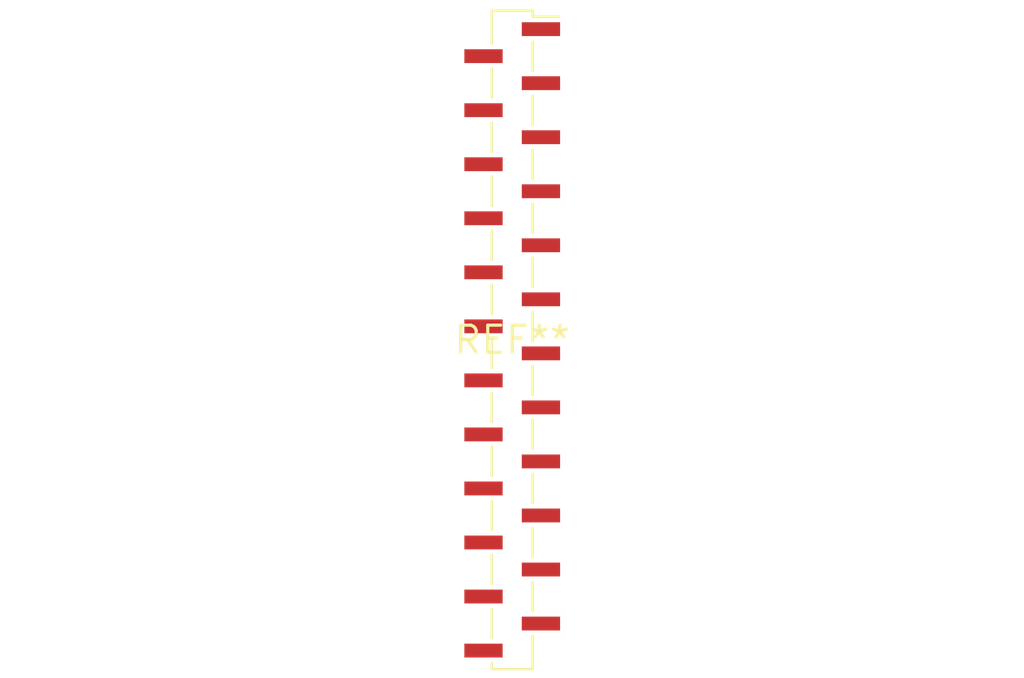
<source format=kicad_pcb>
(kicad_pcb (version 20240108) (generator pcbnew)
  (layers (0 "F.Cu" signal) (31 "B.Cu" signal) (34 "B.Paste" user) (35 "F.Paste" user) (36 "B.SilkS" user "B.Silkscreen") (37 "F.SilkS" user "F.Silkscreen") (38 "B.Mask" user) (39 "F.Mask" user) (44 "Edge.Cuts" user))
  (net 0 "")
  (footprint "PinSocket_1x24_P1.27mm_Vertical_SMD_Pin1Right" (layer "F.Cu") (at 0 0)
    (property "Reference" "REF**")
    (property "Value" "PinSocket_1x24_P1.27mm_Vertical_SMD_Pin1Right")
    (fp_line (start -0.96 -15.475) (end -0.96 -13.92) (layer "F.SilkS") (stroke (width 0.12)))
    (fp_line (start -0.96 -15.475) (end 0.96 -15.475) (layer "F.SilkS") (stroke (width 0.12)))
    (fp_line (start -0.96 -12.75) (end -0.96 -11.38) (layer "F.SilkS") (stroke (width 0.12)))
    (fp_line (start -0.96 -10.21) (end -0.96 -8.84) (layer "F.SilkS") (stroke (width 0.12)))
    (fp_line (start -0.96 -7.67) (end -0.96 -6.3) (layer "F.SilkS") (stroke (width 0.12)))
    (fp_line (start -0.96 -5.13) (end -0.96 -3.76) (layer "F.SilkS") (stroke (width 0.12)))
    (fp_line (start -0.96 -2.59) (end -0.96 -1.22) (layer "F.SilkS") (stroke (width 0.12)))
    (fp_line (start -0.96 -0.05) (end -0.96 1.32) (layer "F.SilkS") (stroke (width 0.12)))
    (fp_line (start -0.96 2.49) (end -0.96 3.86) (layer "F.SilkS") (stroke (width 0.12)))
    (fp_line (start -0.96 5.03) (end -0.96 6.4) (layer "F.SilkS") (stroke (width 0.12)))
    (fp_line (start -0.96 7.57) (end -0.96 8.94) (layer "F.SilkS") (stroke (width 0.12)))
    (fp_line (start -0.96 10.11) (end -0.96 11.48) (layer "F.SilkS") (stroke (width 0.12)))
    (fp_line (start -0.96 12.65) (end -0.96 14.02) (layer "F.SilkS") (stroke (width 0.12)))
    (fp_line (start -0.96 15.19) (end -0.96 15.475) (layer "F.SilkS") (stroke (width 0.12)))
    (fp_line (start -0.96 15.475) (end 0.96 15.475) (layer "F.SilkS") (stroke (width 0.12)))
    (fp_line (start 0.96 -15.475) (end 0.96 -15.19) (layer "F.SilkS") (stroke (width 0.12)))
    (fp_line (start 0.96 -15.19) (end 2.19 -15.19) (layer "F.SilkS") (stroke (width 0.12)))
    (fp_line (start 0.96 -14.02) (end 0.96 -12.65) (layer "F.SilkS") (stroke (width 0.12)))
    (fp_line (start 0.96 -11.48) (end 0.96 -10.11) (layer "F.SilkS") (stroke (width 0.12)))
    (fp_line (start 0.96 -8.94) (end 0.96 -7.57) (layer "F.SilkS") (stroke (width 0.12)))
    (fp_line (start 0.96 -6.4) (end 0.96 -5.03) (layer "F.SilkS") (stroke (width 0.12)))
    (fp_line (start 0.96 -3.86) (end 0.96 -2.49) (layer "F.SilkS") (stroke (width 0.12)))
    (fp_line (start 0.96 -1.32) (end 0.96 0.05) (layer "F.SilkS") (stroke (width 0.12)))
    (fp_line (start 0.96 1.22) (end 0.96 2.59) (layer "F.SilkS") (stroke (width 0.12)))
    (fp_line (start 0.96 3.76) (end 0.96 5.13) (layer "F.SilkS") (stroke (width 0.12)))
    (fp_line (start 0.96 6.3) (end 0.96 7.67) (layer "F.SilkS") (stroke (width 0.12)))
    (fp_line (start 0.96 8.84) (end 0.96 10.21) (layer "F.SilkS") (stroke (width 0.12)))
    (fp_line (start 0.96 11.38) (end 0.96 12.75) (layer "F.SilkS") (stroke (width 0.12)))
    (fp_line (start 0.96 13.92) (end 0.96 15.475) (layer "F.SilkS") (stroke (width 0.12)))
    (pad "1" smd rect (at 1.35 -14.605) (size 1.8 0.65) (layers "F.Cu" "F.Paste" "F.Mask"))
    (pad "2" smd rect (at -1.35 -13.335) (size 1.8 0.65) (layers "F.Cu" "F.Paste" "F.Mask"))
    (pad "3" smd rect (at 1.35 -12.065) (size 1.8 0.65) (layers "F.Cu" "F.Paste" "F.Mask"))
    (pad "4" smd rect (at -1.35 -10.795) (size 1.8 0.65) (layers "F.Cu" "F.Paste" "F.Mask"))
    (pad "5" smd rect (at 1.35 -9.525) (size 1.8 0.65) (layers "F.Cu" "F.Paste" "F.Mask"))
    (pad "6" smd rect (at -1.35 -8.255) (size 1.8 0.65) (layers "F.Cu" "F.Paste" "F.Mask"))
    (pad "7" smd rect (at 1.35 -6.985) (size 1.8 0.65) (layers "F.Cu" "F.Paste" "F.Mask"))
    (pad "8" smd rect (at -1.35 -5.715) (size 1.8 0.65) (layers "F.Cu" "F.Paste" "F.Mask"))
    (pad "9" smd rect (at 1.35 -4.445) (size 1.8 0.65) (layers "F.Cu" "F.Paste" "F.Mask"))
    (pad "10" smd rect (at -1.35 -3.175) (size 1.8 0.65) (layers "F.Cu" "F.Paste" "F.Mask"))
    (pad "11" smd rect (at 1.35 -1.905) (size 1.8 0.65) (layers "F.Cu" "F.Paste" "F.Mask"))
    (pad "12" smd rect (at -1.35 -0.635) (size 1.8 0.65) (layers "F.Cu" "F.Paste" "F.Mask"))
    (pad "13" smd rect (at 1.35 0.635) (size 1.8 0.65) (layers "F.Cu" "F.Paste" "F.Mask"))
    (pad "14" smd rect (at -1.35 1.905) (size 1.8 0.65) (layers "F.Cu" "F.Paste" "F.Mask"))
    (pad "15" smd rect (at 1.35 3.175) (size 1.8 0.65) (layers "F.Cu" "F.Paste" "F.Mask"))
    (pad "16" smd rect (at -1.35 4.445) (size 1.8 0.65) (layers "F.Cu" "F.Paste" "F.Mask"))
    (pad "17" smd rect (at 1.35 5.715) (size 1.8 0.65) (layers "F.Cu" "F.Paste" "F.Mask"))
    (pad "18" smd rect (at -1.35 6.985) (size 1.8 0.65) (layers "F.Cu" "F.Paste" "F.Mask"))
    (pad "19" smd rect (at 1.35 8.255) (size 1.8 0.65) (layers "F.Cu" "F.Paste" "F.Mask"))
    (pad "20" smd rect (at -1.35 9.525) (size 1.8 0.65) (layers "F.Cu" "F.Paste" "F.Mask"))
    (pad "21" smd rect (at 1.35 10.795) (size 1.8 0.65) (layers "F.Cu" "F.Paste" "F.Mask"))
    (pad "22" smd rect (at -1.35 12.065) (size 1.8 0.65) (layers "F.Cu" "F.Paste" "F.Mask"))
    (pad "23" smd rect (at 1.35 13.335) (size 1.8 0.65) (layers "F.Cu" "F.Paste" "F.Mask"))
    (pad "24" smd rect (at -1.35 14.605) (size 1.8 0.65) (layers "F.Cu" "F.Paste" "F.Mask"))
  )
)
</source>
